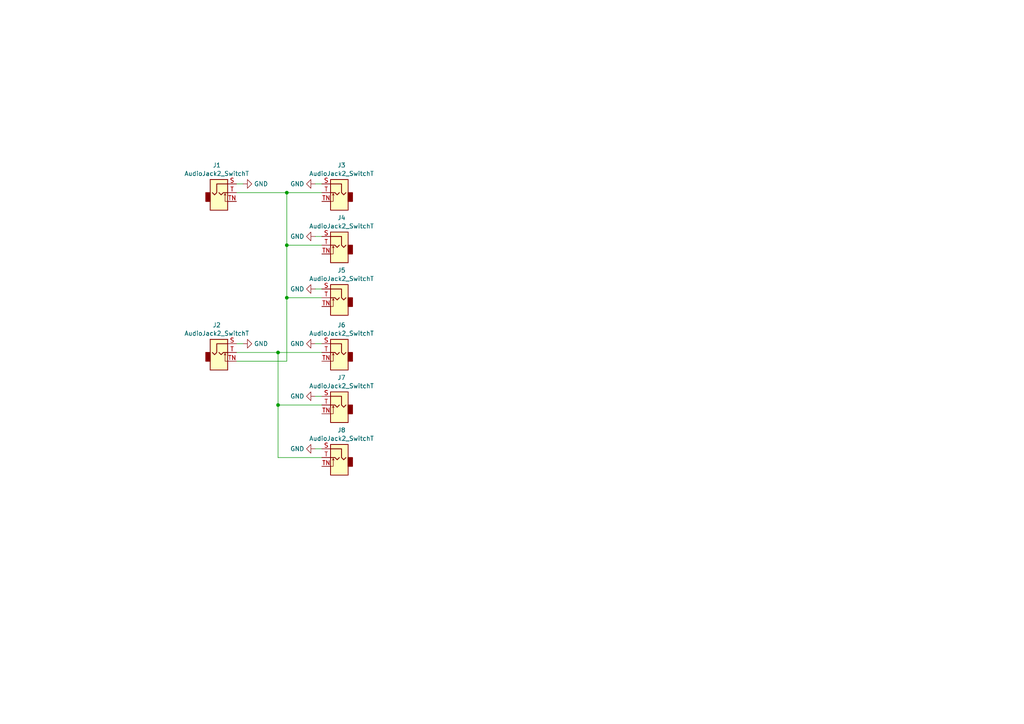
<source format=kicad_sch>
(kicad_sch (version 20230121) (generator eeschema)
  (paper "A4")
  (lib_symbols
    (symbol "Connector_Audio:AudioJack2_SwitchT"
      (property "Reference" "J" (at 0 8.89 0))
      (property "Value" "AudioJack2_SwitchT" (at 0 6.35 0))
      (symbol "AudioJack2_SwitchT_0_1"
        (rectangle (start -2.54 0) (end -3.81 -2.54) (stroke (width 0.254)) (fill (type outline)))
        (polyline (pts (xy 1.778 -0.254) (xy 2.032 -0.762)))
        (polyline (pts (xy 0 0) (xy 0.635 -0.635) (xy 1.27 0) (xy 2.54 0)) (stroke (width 0.254)))
        (polyline (pts (xy 2.54 -2.54) (xy 1.778 -2.54) (xy 1.778 -0.254) (xy 1.524 -0.762)))
        (polyline (pts (xy 2.54 2.54) (xy -0.635 2.54) (xy -0.635 0) (xy -1.27 -0.635) (xy -1.905 0)) (stroke (width 0.254)))
        (rectangle (start 2.54 3.81) (end -2.54 -5.08) (stroke (width 0.254)) (fill (type background)))
      )
      (symbol "AudioJack2_SwitchT_1_1"
        (pin passive line (at 5.08 2.54 180) (length 2.54) (name "~") (number "S"))
        (pin passive line (at 5.08 0 180) (length 2.54) (name "~") (number "T"))
        (pin passive line (at 5.08 -2.54 180) (length 2.54) (name "~") (number "TN"))
      )
    )
    (symbol "power:GND" (power) (pin_names (offset 0))
      (property "Value" "GND" (at 0 -3.81 0))
      (symbol "GND_0_1"
        (polyline (pts (xy 0 0) (xy 0 -1.27) (xy 1.27 -1.27) (xy 0 -2.54) (xy -1.27 -1.27) (xy 0 -1.27)))
      )
      (symbol "GND_1_1"
        (pin power_in line (at 0 0 270) (length 0) hide (name "GND") (number "1"))
      )
    )
  )
  (junction (at 83.185 55.88))
  (junction (at 83.185 71.12))
  (junction (at 80.645 117.475))
  (junction (at 83.185 86.36))
  (junction (at 80.645 102.235))
  (wire (pts (xy 91.44 53.34) (xy 93.345 53.34)))
  (wire (pts (xy 83.185 86.36) (xy 93.345 86.36)))
  (wire (pts (xy 91.44 114.935) (xy 93.345 114.935)))
  (wire (pts (xy 91.44 99.695) (xy 93.345 99.695)))
  (wire (pts (xy 68.58 104.775) (xy 83.185 104.775)))
  (wire (pts (xy 83.185 55.88) (xy 93.345 55.88)))
  (wire (pts (xy 68.58 55.88) (xy 83.185 55.88)))
  (wire (pts (xy 83.185 104.775) (xy 83.185 86.36)))
  (wire (pts (xy 80.645 117.475) (xy 93.345 117.475)))
  (wire (pts (xy 80.645 117.475) (xy 80.645 132.715)))
  (wire (pts (xy 68.58 53.34) (xy 70.485 53.34)))
  (wire (pts (xy 83.185 55.88) (xy 83.185 71.12)))
  (wire (pts (xy 80.645 132.715) (xy 93.345 132.715)))
  (wire (pts (xy 80.645 102.235) (xy 93.345 102.235)))
  (wire (pts (xy 91.44 68.58) (xy 93.345 68.58)))
  (wire (pts (xy 83.185 71.12) (xy 83.185 86.36)))
  (wire (pts (xy 91.44 83.82) (xy 93.345 83.82)))
  (wire (pts (xy 83.185 71.12) (xy 93.345 71.12)))
  (wire (pts (xy 91.44 130.175) (xy 93.345 130.175)))
  (wire (pts (xy 68.58 102.235) (xy 80.645 102.235)))
  (wire (pts (xy 80.645 102.235) (xy 80.645 117.475)))
  (wire (pts (xy 68.58 99.695) (xy 70.485 99.695)))
  (symbol (lib_id "Connector_Audio:AudioJack2_SwitchT") (at 98.425 71.12 0) (mirror y) (unit 1)
    (property "Reference" "J4" (at 99.06 63.1657 0))
    (property "Value" "AudioJack2_SwitchT" (at 99.06 65.5899 0))
  )
  (symbol (lib_id "power:GND") (at 91.44 53.34 270) (unit 1)
    (property "Reference" "#PWR03" (effects hide))
    (property "Value" "GND" (at 88.2651 53.34 90) (effects (justify right)))
  )
  (symbol (lib_id "power:GND") (at 91.44 68.58 270) (unit 1)
    (property "Reference" "#PWR04" (effects hide))
    (property "Value" "GND" (at 88.2651 68.58 90) (effects (justify right)))
  )
  (symbol (lib_id "Connector_Audio:AudioJack2_SwitchT") (at 98.425 86.36 0) (mirror y) (unit 1)
    (property "Reference" "J5" (at 99.06 78.4057 0))
    (property "Value" "AudioJack2_SwitchT" (at 99.06 80.8299 0))
  )
  (symbol (lib_id "Connector_Audio:AudioJack2_SwitchT") (at 63.5 102.235 0) (unit 1)
    (property "Reference" "J2" (at 62.865 94.2807 0))
    (property "Value" "AudioJack2_SwitchT" (at 62.865 96.7049 0))
  )
  (symbol (lib_id "Connector_Audio:AudioJack2_SwitchT") (at 63.5 55.88 0) (unit 1)
    (property "Reference" "J1" (at 62.865 47.9257 0))
    (property "Value" "AudioJack2_SwitchT" (at 62.865 50.3499 0))
  )
  (symbol (lib_id "power:GND") (at 91.44 130.175 270) (unit 1)
    (property "Reference" "#PWR08" (effects hide))
    (property "Value" "GND" (at 88.2651 130.175 90) (effects (justify right)))
  )
  (symbol (lib_id "Connector_Audio:AudioJack2_SwitchT") (at 98.425 55.88 0) (mirror y) (unit 1)
    (property "Reference" "J3" (at 99.06 47.9257 0))
    (property "Value" "AudioJack2_SwitchT" (at 99.06 50.3499 0))
  )
  (symbol (lib_id "Connector_Audio:AudioJack2_SwitchT") (at 98.425 102.235 0) (mirror y) (unit 1)
    (property "Reference" "J6" (at 99.06 94.2807 0))
    (property "Value" "AudioJack2_SwitchT" (at 99.06 96.7049 0))
  )
  (symbol (lib_id "power:GND") (at 70.485 53.34 90) (unit 1)
    (property "Reference" "#PWR02" (effects hide))
    (property "Value" "GND" (at 73.66 53.34 90) (effects (justify right)))
  )
  (symbol (lib_id "power:GND") (at 70.485 99.695 90) (unit 1)
    (property "Reference" "#PWR01" (effects hide))
    (property "Value" "GND" (at 73.66 99.695 90) (effects (justify right)))
  )
  (symbol (lib_id "power:GND") (at 91.44 114.935 270) (unit 1)
    (property "Reference" "#PWR07" (effects hide))
    (property "Value" "GND" (at 88.2651 114.935 90) (effects (justify right)))
  )
  (symbol (lib_id "power:GND") (at 91.44 83.82 270) (unit 1)
    (property "Reference" "#PWR05" (effects hide))
    (property "Value" "GND" (at 88.2651 83.82 90) (effects (justify right)))
  )
  (symbol (lib_id "Connector_Audio:AudioJack2_SwitchT") (at 98.425 117.475 0) (mirror y) (unit 1)
    (property "Reference" "J7" (at 99.06 109.5207 0))
    (property "Value" "AudioJack2_SwitchT" (at 99.06 111.9449 0))
  )
  (symbol (lib_id "Connector_Audio:AudioJack2_SwitchT") (at 98.425 132.715 0) (mirror y) (unit 1)
    (property "Reference" "J8" (at 99.06 124.7607 0))
    (property "Value" "AudioJack2_SwitchT" (at 99.06 127.1849 0))
  )
  (symbol (lib_id "power:GND") (at 91.44 99.695 270) (unit 1)
    (property "Reference" "#PWR06" (effects hide))
    (property "Value" "GND" (at 88.2651 99.695 90) (effects (justify right)))
  )
)
</source>
